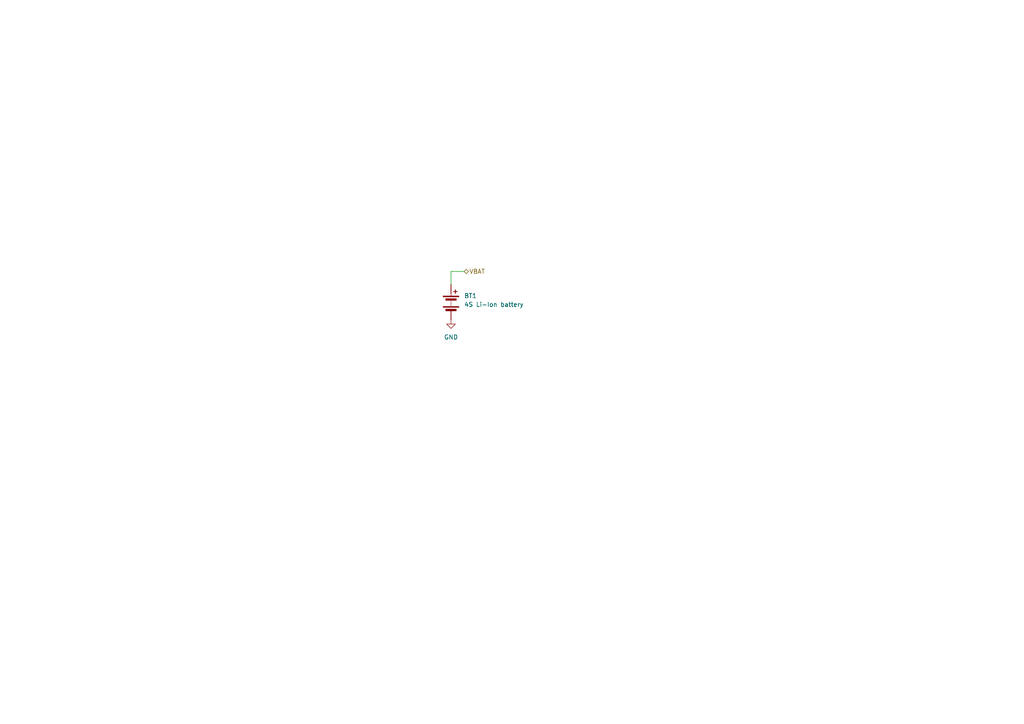
<source format=kicad_sch>
(kicad_sch (version 20231120) (generator "eeschema") (generator_version "8.0")
  (paper "A4")
  (lib_symbols
    (symbol "Device:Battery" (pin_numbers hide) (pin_names (offset 0) hide)
      (property "Reference" "BT" (at 2.54 2.54 0))
      (property "Value" "Battery" (at 2.54 0 0))
      (symbol "Battery_0_1"
        (rectangle (start -2.286 -1.27) (end 2.286 -1.524) (fill (type outline)))
        (rectangle (start -2.286 1.778) (end 2.286 1.524) (fill (type outline)))
        (rectangle (start -1.524 -2.032) (end 1.524 -2.54) (fill (type outline)))
        (rectangle (start -1.524 1.016) (end 1.524 0.508) (fill (type outline)))
        (polyline (pts (xy 0 -1.016) (xy 0 -0.762)))
        (polyline (pts (xy 0 -0.508) (xy 0 -0.254)))
        (polyline (pts (xy 0 0) (xy 0 0.254)))
        (polyline (pts (xy 0 1.778) (xy 0 2.54)))
        (polyline (pts (xy 0.762 3.048) (xy 1.778 3.048)) (stroke (width 0.254)))
        (polyline (pts (xy 1.27 3.556) (xy 1.27 2.54)) (stroke (width 0.254)))
      )
      (symbol "Battery_1_1"
        (pin passive line (at 0 5.08 270) (length 2.54) (name "+") (number "1"))
        (pin passive line (at 0 -5.08 90) (length 2.54) (name "-") (number "2"))
      )
    )
    (symbol "power:GND" (power) (pin_numbers hide) (pin_names (offset 0) hide)
      (property "Value" "GND" (at 0 -3.81 0))
      (symbol "GND_0_1"
        (polyline (pts (xy 0 0) (xy 0 -1.27) (xy 1.27 -1.27) (xy 0 -2.54) (xy -1.27 -1.27) (xy 0 -1.27)))
      )
      (symbol "GND_1_1"
        (pin power_in line (at 0 0 270) (length 0) (name "~") (number "1"))
      )
    )
  )
  (wire (pts (xy 130.81 78.74) (xy 130.81 82.55)))
  (wire (pts (xy 134.62 78.74) (xy 130.81 78.74)))
  (hierarchical_label "VBAT" (shape bidirectional) (at 134.62 78.74 0))
  (symbol (lib_id "power:GND") (at 130.81 92.71 0) (unit 1)
    (property "Reference" "#PWR016" (effects (hide yes)))
    (property "Value" "GND" (at 130.81 97.79 0))
    (property "Description" "Power symbol creates a global label with name \"GND\" , ground" (effects (hide yes)))
  )
  (symbol (lib_id "Device:Battery") (at 130.81 87.63 0) (unit 1)
    (property "Reference" "BT1" (at 134.62 85.7884 0) (effects (justify left)))
    (property "Value" "4S Li-Ion battery" (at 134.62 88.3284 0) (effects (justify left)))
    (property "Description" "Multiple-cell battery" (effects (hide yes)))
  )
)
</source>
